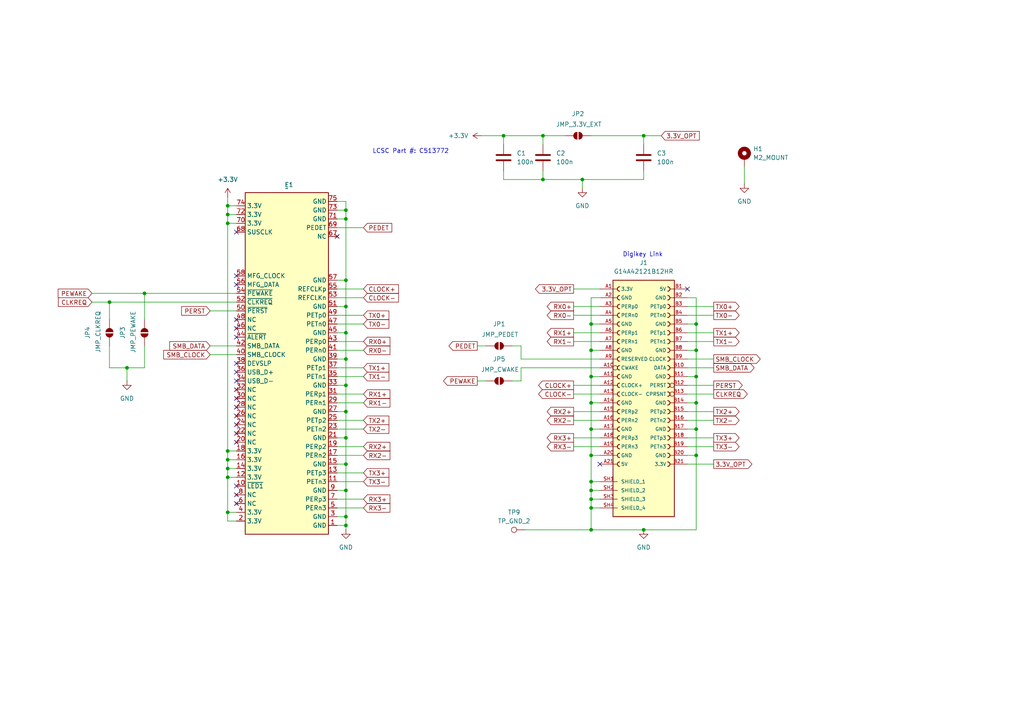
<source format=kicad_sch>
(kicad_sch (version 20231120) (generator "eeschema") (generator_version "8.0")
  (paper "A4")
  (lib_symbols
    (symbol "Connector:TestPoint" (pin_numbers hide) (pin_names (offset 0.762) hide)
      (property "Reference" "TP" (at 0 6.858 0))
      (property "Value" "TestPoint" (at 0 5.08 0))
      (symbol "TestPoint_0_1"
        (circle (center 0 3.302) (radius 0.762))
      )
      (symbol "TestPoint_1_1"
        (pin passive line (at 0 0 90) (length 2.54) (name "1") (number "1"))
      )
    )
    (symbol "Device:C" (pin_numbers hide) (pin_names (offset 0.254))
      (property "Reference" "C" (at 0.635 2.54 0))
      (property "Value" "C" (at 0.635 -2.54 0))
      (symbol "C_0_1"
        (polyline (pts (xy -2.032 -0.762) (xy 2.032 -0.762)) (stroke (width 0.508)))
        (polyline (pts (xy -2.032 0.762) (xy 2.032 0.762)) (stroke (width 0.508)))
      )
      (symbol "C_1_1"
        (pin passive line (at 0 3.81 270) (length 2.794) (name "~") (number "1"))
        (pin passive line (at 0 -3.81 90) (length 2.794) (name "~") (number "2"))
      )
    )
    (symbol "G14A421211112HR:G14A421211112HR" (pin_names (offset 1.016))
      (property "Reference" "J" (at -0.762 31.496 0))
      (property "Value" "G14A421211112HR" (at -9.144 -40.64 0))
      (symbol "G14A421211112HR_0_0"
        (rectangle (start -8.89 -38.1) (end 8.89 30.48) (stroke (width 0.254)) (fill (type background)))
        (arc (start -6.985 -22.225) (mid -7.6172 -22.86) (end -6.985 -23.495) (stroke (width 0.254)))
        (arc (start -6.985 -19.685) (mid -7.6172 -20.32) (end -6.985 -20.955) (stroke (width 0.254)))
        (arc (start -6.985 -17.145) (mid -7.6172 -17.78) (end -6.985 -18.415) (stroke (width 0.254)))
        (arc (start -6.985 -14.605) (mid -7.6172 -15.24) (end -6.985 -15.875) (stroke (width 0.254)))
        (arc (start -6.985 -12.065) (mid -7.6172 -12.7) (end -6.985 -13.335) (stroke (width 0.254)))
        (arc (start -6.985 -9.525) (mid -7.6172 -10.16) (end -6.985 -10.795) (stroke (width 0.254)))
        (arc (start -6.985 -6.985) (mid -7.6172 -7.62) (end -6.985 -8.255) (stroke (width 0.254)))
        (arc (start -6.985 -4.445) (mid -7.6172 -5.08) (end -6.985 -5.715) (stroke (width 0.254)))
        (arc (start -6.985 -1.905) (mid -7.6172 -2.54) (end -6.985 -3.175) (stroke (width 0.254)))
        (arc (start -6.985 0.635) (mid -7.6172 0) (end -6.985 -0.635) (stroke (width 0.254)))
        (arc (start -6.985 3.175) (mid -7.6172 2.54) (end -6.985 1.905) (stroke (width 0.254)))
        (arc (start -6.985 5.715) (mid -7.6172 5.08) (end -6.985 4.445) (stroke (width 0.254)))
        (arc (start -6.985 8.255) (mid -7.6172 7.62) (end -6.985 6.985) (stroke (width 0.254)))
        (arc (start -6.985 10.795) (mid -7.6172 10.16) (end -6.985 9.525) (stroke (width 0.254)))
        (arc (start -6.985 13.335) (mid -7.6172 12.7) (end -6.985 12.065) (stroke (width 0.254)))
        (arc (start -6.985 15.875) (mid -7.6172 15.24) (end -6.985 14.605) (stroke (width 0.254)))
        (arc (start -6.985 18.415) (mid -7.6172 17.78) (end -6.985 17.145) (stroke (width 0.254)))
        (arc (start -6.985 20.955) (mid -7.6172 20.32) (end -6.985 19.685) (stroke (width 0.254)))
        (arc (start -6.985 23.495) (mid -7.6172 22.86) (end -6.985 22.225) (stroke (width 0.254)))
        (arc (start -6.985 26.035) (mid -7.6172 25.4) (end -6.985 24.765) (stroke (width 0.254)))
        (arc (start -6.985 28.575) (mid -7.6172 27.94) (end -6.985 27.305) (stroke (width 0.254)))
        (arc (start 6.985 -23.495) (mid 7.6172 -22.86) (end 6.985 -22.225) (stroke (width 0.254)))
        (arc (start 6.985 -20.955) (mid 7.6172 -20.32) (end 6.985 -19.685) (stroke (width 0.254)))
        (arc (start 6.985 -18.415) (mid 7.6172 -17.78) (end 6.985 -17.145) (stroke (width 0.254)))
        (arc (start 6.985 -15.875) (mid 7.6172 -15.24) (end 6.985 -14.605) (stroke (width 0.254)))
        (arc (start 6.985 -13.335) (mid 7.6172 -12.7) (end 6.985 -12.065) (stroke (width 0.254)))
        (arc (start 6.985 -10.795) (mid 7.6172 -10.16) (end 6.985 -9.525) (stroke (width 0.254)))
        (arc (start 6.985 -8.255) (mid 7.6172 -7.62) (end 6.985 -6.985) (stroke (width 0.254)))
        (arc (start 6.985 -5.715) (mid 7.6172 -5.08) (end 6.985 -4.445) (stroke (width 0.254)))
        (arc (start 6.985 -3.175) (mid 7.6172 -2.54) (end 6.985 -1.905) (stroke (width 0.254)))
        (arc (start 6.985 -0.635) (mid 7.6172 0) (end 6.985 0.635) (stroke (width 0.254)))
        (arc (start 6.985 1.905) (mid 7.6172 2.54) (end 6.985 3.175) (stroke (width 0.254)))
        (arc (start 6.985 4.445) (mid 7.6172 5.08) (end 6.985 5.715) (stroke (width 0.254)))
        (arc (start 6.985 6.985) (mid 7.6172 7.62) (end 6.985 8.255) (stroke (width 0.254)))
        (arc (start 6.985 9.525) (mid 7.6172 10.16) (end 6.985 10.795) (stroke (width 0.254)))
        (arc (start 6.985 12.065) (mid 7.6172 12.7) (end 6.985 13.335) (stroke (width 0.254)))
        (arc (start 6.985 14.605) (mid 7.6172 15.24) (end 6.985 15.875) (stroke (width 0.254)))
        (arc (start 6.985 17.145) (mid 7.6172 17.78) (end 6.985 18.415) (stroke (width 0.254)))
        (arc (start 6.985 19.685) (mid 7.6172 20.32) (end 6.985 20.955) (stroke (width 0.254)))
        (arc (start 6.985 22.225) (mid 7.6172 22.86) (end 6.985 23.495) (stroke (width 0.254)))
        (arc (start 6.985 24.765) (mid 7.6172 25.4) (end 6.985 26.035) (stroke (width 0.254)))
        (arc (start 6.985 27.305) (mid 7.6172 27.94) (end 6.985 28.575) (stroke (width 0.254)))
      )
      (symbol "G14A421211112HR_1_0"
        (pin power_in line (at -12.7 27.94 0) (length 5.08) (name "3.3V") (number "A1"))
        (pin passive inverted (at -12.7 5.08 0) (length 5.08) (name "CWAKE") (number "A10"))
        (pin power_in line (at -12.7 2.54 0) (length 5.08) (name "GND") (number "A11"))
        (pin passive line (at -12.7 0 0) (length 5.08) (name "CLOCK+") (number "A12"))
        (pin passive line (at -12.7 -2.54 0) (length 5.08) (name "CLOCK-") (number "A13"))
        (pin power_in line (at -12.7 -5.08 0) (length 5.08) (name "GND") (number "A14"))
        (pin passive line (at -12.7 -7.62 0) (length 5.08) (name "PERp2") (number "A15"))
        (pin passive line (at -12.7 -10.16 0) (length 5.08) (name "PERn2") (number "A16"))
        (pin power_in line (at -12.7 -12.7 0) (length 5.08) (name "GND") (number "A17"))
        (pin passive line (at -12.7 -15.24 0) (length 5.08) (name "PERp3") (number "A18"))
        (pin passive line (at -12.7 -17.78 0) (length 5.08) (name "PERn3") (number "A19"))
        (pin power_in line (at -12.7 25.4 0) (length 5.08) (name "GND") (number "A2"))
        (pin power_in line (at -12.7 -20.32 0) (length 5.08) (name "GND") (number "A20"))
        (pin power_in line (at -12.7 -22.86 0) (length 5.08) (name "5V") (number "A21"))
        (pin passive line (at -12.7 22.86 0) (length 5.08) (name "PERp0") (number "A3"))
        (pin passive line (at -12.7 20.32 0) (length 5.08) (name "PERn0") (number "A4"))
        (pin power_in line (at -12.7 17.78 0) (length 5.08) (name "GND") (number "A5"))
        (pin passive line (at -12.7 15.24 0) (length 5.08) (name "PERp1") (number "A6"))
        (pin passive line (at -12.7 12.7 0) (length 5.08) (name "PERn1") (number "A7"))
        (pin power_in line (at -12.7 10.16 0) (length 5.08) (name "GND") (number "A8"))
        (pin passive line (at -12.7 7.62 0) (length 5.08) (name "RESERVED") (number "A9"))
        (pin power_in line (at 12.7 27.94 180) (length 5.08) (name "5V") (number "B1"))
        (pin passive line (at 12.7 5.08 180) (length 5.08) (name "DATA") (number "B10"))
        (pin power_in line (at 12.7 2.54 180) (length 5.08) (name "GND") (number "B11"))
        (pin passive inverted (at 12.7 0 180) (length 5.08) (name "PERST") (number "B12"))
        (pin passive inverted (at 12.7 -2.54 180) (length 5.08) (name "CPRSNT") (number "B13"))
        (pin power_in line (at 12.7 -5.08 180) (length 5.08) (name "GND") (number "B14"))
        (pin passive line (at 12.7 -7.62 180) (length 5.08) (name "PETp2") (number "B15"))
        (pin passive line (at 12.7 -10.16 180) (length 5.08) (name "PETn2") (number "B16"))
        (pin power_in line (at 12.7 -12.7 180) (length 5.08) (name "GND") (number "B17"))
        (pin passive line (at 12.7 -15.24 180) (length 5.08) (name "PETp3") (number "B18"))
        (pin passive line (at 12.7 -17.78 180) (length 5.08) (name "PETn3") (number "B19"))
        (pin power_in line (at 12.7 25.4 180) (length 5.08) (name "GND") (number "B2"))
        (pin power_in line (at 12.7 -20.32 180) (length 5.08) (name "GND") (number "B20"))
        (pin power_in line (at 12.7 -22.86 180) (length 5.08) (name "3.3V") (number "B21"))
        (pin passive line (at 12.7 22.86 180) (length 5.08) (name "PETp0") (number "B3"))
        (pin passive line (at 12.7 20.32 180) (length 5.08) (name "PETn0") (number "B4"))
        (pin power_in line (at 12.7 17.78 180) (length 5.08) (name "GND") (number "B5"))
        (pin passive line (at 12.7 15.24 180) (length 5.08) (name "PETp1") (number "B6"))
        (pin passive line (at 12.7 12.7 180) (length 5.08) (name "PETn1") (number "B7"))
        (pin power_in line (at 12.7 10.16 180) (length 5.08) (name "GND") (number "B8"))
        (pin passive line (at 12.7 7.62 180) (length 5.08) (name "CLOCK") (number "B9"))
        (pin passive line (at -12.7 -27.94 0) (length 5.08) (name "SHIELD_1") (number "SH1"))
        (pin passive line (at -12.7 -30.48 0) (length 5.08) (name "SHIELD_2") (number "SH2"))
        (pin passive line (at -12.7 -33.02 0) (length 5.08) (name "SHIELD_3") (number "SH3"))
        (pin passive line (at -12.7 -35.56 0) (length 5.08) (name "SHIELD_4") (number "SH4"))
      )
    )
    (symbol "Jumper:SolderJumper_2_Open" (pin_numbers hide) (pin_names (offset 0) hide) (exclude_from_sim yes) (in_bom no)
      (property "Reference" "JP" (at 0 2.032 0))
      (property "Value" "SolderJumper_2_Open" (at 0 -2.54 0))
      (symbol "SolderJumper_2_Open_0_1"
        (arc (start -0.254 1.016) (mid -1.2656 0) (end -0.254 -1.016))
        (arc (start -0.254 1.016) (mid -1.2656 0) (end -0.254 -1.016) (fill (type outline)))
        (polyline (pts (xy -0.254 1.016) (xy -0.254 -1.016)))
        (polyline (pts (xy 0.254 1.016) (xy 0.254 -1.016)))
        (arc (start 0.254 -1.016) (mid 1.2656 0) (end 0.254 1.016))
        (arc (start 0.254 -1.016) (mid 1.2656 0) (end 0.254 1.016) (fill (type outline)))
      )
      (symbol "SolderJumper_2_Open_1_1"
        (pin passive line (at -3.81 0 0) (length 2.54) (name "A") (number "1"))
        (pin passive line (at 3.81 0 180) (length 2.54) (name "B") (number "2"))
      )
    )
    (symbol "Mechanical:MountingHole_Pad" (pin_numbers hide) (pin_names (offset 1.016) hide) (exclude_from_sim yes) (in_bom no)
      (property "Reference" "H" (at 0 6.35 0))
      (property "Value" "MountingHole_Pad" (at 0 4.445 0))
      (symbol "MountingHole_Pad_0_1"
        (circle (center 0 1.27) (radius 1.27) (stroke (width 1.27)))
      )
      (symbol "MountingHole_Pad_1_1"
        (pin input line (at 0 -2.54 90) (length 2.54) (name "1") (number "1"))
      )
    )
    (symbol "custom_edge_connector:m2_m_key"
      (property "Reference" "E" (at 0 48.26 0))
      (symbol "m2_m_key_0_1"
        (rectangle (start -12.7 46.99) (end 11.43 -52.07) (stroke (width 0.254)) (fill (type background)))
      )
      (symbol "m2_m_key_1_1"
        (pin power_in line (at 13.97 -49.53 180) (length 2.54) (name "GND") (number "1"))
        (pin output line (at -15.24 -38.1 0) (length 2.54) (name "~{LED1}") (number "10"))
        (pin output line (at 13.97 -36.83 180) (length 2.54) (name "PETn3") (number "11"))
        (pin power_in line (at -15.24 -35.56 0) (length 2.54) (name "3.3V") (number "12"))
        (pin output line (at 13.97 -34.29 180) (length 2.54) (name "PETp3") (number "13"))
        (pin power_in line (at -15.24 -33.02 0) (length 2.54) (name "3.3V") (number "14"))
        (pin power_in line (at 13.97 -31.75 180) (length 2.54) (name "GND") (number "15"))
        (pin power_in line (at -15.24 -30.48 0) (length 2.54) (name "3.3V") (number "16"))
        (pin input line (at 13.97 -29.21 180) (length 2.54) (name "PERn2") (number "17"))
        (pin power_in line (at -15.24 -27.94 0) (length 2.54) (name "3.3V") (number "18"))
        (pin input line (at 13.97 -26.67 180) (length 2.54) (name "PERp2") (number "19"))
        (pin power_in line (at -15.24 -48.26 0) (length 2.54) (name "3.3V") (number "2"))
        (pin no_connect line (at -15.24 -25.4 0) (length 2.54) (name "NC") (number "20"))
        (pin power_in line (at 13.97 -24.13 180) (length 2.54) (name "GND") (number "21"))
        (pin no_connect line (at -15.24 -22.86 0) (length 2.54) (name "NC") (number "22"))
        (pin output line (at 13.97 -21.59 180) (length 2.54) (name "PETn2") (number "23"))
        (pin no_connect line (at -15.24 -20.32 0) (length 2.54) (name "NC") (number "24"))
        (pin output line (at 13.97 -19.05 180) (length 2.54) (name "PETp2") (number "25"))
        (pin no_connect line (at -15.24 -17.78 0) (length 2.54) (name "NC") (number "26"))
        (pin power_in line (at 13.97 -16.51 180) (length 2.54) (name "GND") (number "27"))
        (pin no_connect line (at -15.24 -15.24 0) (length 2.54) (name "NC") (number "28"))
        (pin input line (at 13.97 -13.97 180) (length 2.54) (name "PERn1") (number "29"))
        (pin power_in line (at 13.97 -46.99 180) (length 2.54) (name "GND") (number "3"))
        (pin no_connect line (at -15.24 -12.7 0) (length 2.54) (name "NC") (number "30"))
        (pin input line (at 13.97 -11.43 180) (length 2.54) (name "PERp1") (number "31"))
        (pin no_connect line (at -15.24 -10.16 0) (length 2.54) (name "NC") (number "32"))
        (pin power_in line (at 13.97 -8.89 180) (length 2.54) (name "GND") (number "33"))
        (pin passive line (at -15.24 -7.62 0) (length 2.54) (name "USB_D-") (number "34"))
        (pin output line (at 13.97 -6.35 180) (length 2.54) (name "PETn1") (number "35"))
        (pin passive line (at -15.24 -5.08 0) (length 2.54) (name "USB_D+") (number "36"))
        (pin output line (at 13.97 -3.81 180) (length 2.54) (name "PETp1") (number "37"))
        (pin passive line (at -15.24 -2.54 0) (length 2.54) (name "DEVSLP") (number "38"))
        (pin power_in line (at 13.97 -1.27 180) (length 2.54) (name "GND") (number "39"))
        (pin power_in line (at -15.24 -45.72 0) (length 2.54) (name "3.3V") (number "4"))
        (pin passive line (at -15.24 0 0) (length 2.54) (name "SMB_CLOCK") (number "40"))
        (pin input line (at 13.97 1.27 180) (length 2.54) (name "PERn0") (number "41"))
        (pin passive line (at -15.24 2.54 0) (length 2.54) (name "SMB_DATA") (number "42"))
        (pin input line (at 13.97 3.81 180) (length 2.54) (name "PERp0") (number "43"))
        (pin passive line (at -15.24 5.08 0) (length 2.54) (name "~{ALERT}") (number "44"))
        (pin power_in line (at 13.97 6.35 180) (length 2.54) (name "GND") (number "45"))
        (pin no_connect line (at -15.24 7.62 0) (length 2.54) (name "NC") (number "46"))
        (pin output line (at 13.97 8.89 180) (length 2.54) (name "PETn0") (number "47"))
        (pin no_connect line (at -15.24 10.16 0) (length 2.54) (name "NC") (number "48"))
        (pin output line (at 13.97 11.43 180) (length 2.54) (name "PETp0") (number "49"))
        (pin input line (at 13.97 -44.45 180) (length 2.54) (name "PERn3") (number "5"))
        (pin output line (at -15.24 12.7 0) (length 2.54) (name "~{PERST}") (number "50"))
        (pin power_in line (at 13.97 13.97 180) (length 2.54) (name "GND") (number "51"))
        (pin bidirectional line (at -15.24 15.24 0) (length 2.54) (name "~{CLKREQ}") (number "52"))
        (pin output line (at 13.97 16.51 180) (length 2.54) (name "REFCLKn") (number "53"))
        (pin bidirectional line (at -15.24 17.78 0) (length 2.54) (name "~{PEWAKE}") (number "54"))
        (pin output line (at 13.97 19.05 180) (length 2.54) (name "REFCLKp") (number "55"))
        (pin passive line (at -15.24 20.32 0) (length 2.54) (name "MFG_DATA") (number "56"))
        (pin power_in line (at 13.97 21.59 180) (length 2.54) (name "GND") (number "57"))
        (pin passive line (at -15.24 22.86 0) (length 2.54) (name "MFG_CLOCK") (number "58"))
        (pin no_connect line (at -15.24 -43.18 0) (length 2.54) (name "NC") (number "6"))
        (pin no_connect line (at 13.97 34.29 180) (length 2.54) (name "NC") (number "67"))
        (pin output line (at -15.24 35.56 0) (length 2.54) (name "SUSCLK") (number "68"))
        (pin input line (at 13.97 36.83 180) (length 2.54) (name "PEDET") (number "69"))
        (pin input line (at 13.97 -41.91 180) (length 2.54) (name "PERp3") (number "7"))
        (pin passive line (at -15.24 38.1 0) (length 2.54) (name "3.3V") (number "70"))
        (pin power_in line (at 13.97 39.37 180) (length 2.54) (name "GND") (number "71"))
        (pin passive line (at -15.24 40.64 0) (length 2.54) (name "3.3V") (number "72"))
        (pin power_in line (at 13.97 41.91 180) (length 2.54) (name "GND") (number "73"))
        (pin passive line (at -15.24 43.18 0) (length 2.54) (name "3.3V") (number "74"))
        (pin power_in line (at 13.97 44.45 180) (length 2.54) (name "GND") (number "75"))
        (pin no_connect line (at -15.24 -40.64 0) (length 2.54) (name "NC") (number "8"))
        (pin power_in line (at 13.97 -39.37 180) (length 2.54) (name "GND") (number "9"))
      )
    )
    (symbol "power:+3.3V" (power) (pin_numbers hide) (pin_names (offset 0) hide)
      (property "Value" "+3.3V" (at 0 3.556 0))
      (symbol "+3.3V_0_1"
        (polyline (pts (xy -0.762 1.27) (xy 0 2.54)))
        (polyline (pts (xy 0 0) (xy 0 2.54)))
        (polyline (pts (xy 0 2.54) (xy 0.762 1.27)))
      )
      (symbol "+3.3V_1_1"
        (pin power_in line (at 0 0 90) (length 0) (name "~") (number "1"))
      )
    )
    (symbol "power:GND" (power) (pin_numbers hide) (pin_names (offset 0) hide)
      (property "Value" "GND" (at 0 -3.81 0))
      (symbol "GND_0_1"
        (polyline (pts (xy 0 0) (xy 0 -1.27) (xy 1.27 -1.27) (xy 0 -2.54) (xy -1.27 -1.27) (xy 0 -1.27)))
      )
      (symbol "GND_1_1"
        (pin power_in line (at 0 0 270) (length 0) (name "~") (number "1"))
      )
    )
  )
  (junction (at 100.33 119.38))
  (junction (at 66.04 130.81))
  (junction (at 100.33 152.4))
  (junction (at 171.45 132.08))
  (junction (at 171.45 147.32))
  (junction (at 171.45 101.6))
  (junction (at 146.05 39.37))
  (junction (at 100.33 81.28))
  (junction (at 100.33 142.24))
  (junction (at 100.33 63.5))
  (junction (at 201.93 101.6))
  (junction (at 171.45 144.78))
  (junction (at 66.04 59.69))
  (junction (at 100.33 96.52))
  (junction (at 36.83 106.68))
  (junction (at 201.93 93.98))
  (junction (at 66.04 64.77))
  (junction (at 66.04 62.23))
  (junction (at 201.93 109.22))
  (junction (at 100.33 104.14))
  (junction (at 66.04 135.89))
  (junction (at 171.45 139.7))
  (junction (at 201.93 132.08))
  (junction (at 100.33 60.96))
  (junction (at 186.69 39.37))
  (junction (at 171.45 142.24))
  (junction (at 168.91 52.07))
  (junction (at 157.48 52.07))
  (junction (at 201.93 116.84))
  (junction (at 41.91 85.09))
  (junction (at 171.45 124.46))
  (junction (at 201.93 124.46))
  (junction (at 66.04 133.35))
  (junction (at 171.45 116.84))
  (junction (at 100.33 111.76))
  (junction (at 157.48 39.37))
  (junction (at 66.04 148.59))
  (junction (at 66.04 138.43))
  (junction (at 31.75 87.63))
  (junction (at 171.45 93.98))
  (junction (at 171.45 109.22))
  (junction (at 171.45 153.67))
  (junction (at 100.33 127))
  (junction (at 100.33 88.9))
  (junction (at 186.69 153.67))
  (junction (at 100.33 134.62))
  (junction (at 100.33 149.86))
  (no_connect (at 68.58 80.01))
  (no_connect (at 68.58 115.57))
  (no_connect (at 68.58 110.49))
  (no_connect (at 68.58 125.73))
  (no_connect (at 68.58 140.97))
  (no_connect (at 68.58 120.65))
  (no_connect (at 68.58 123.19))
  (no_connect (at 68.58 95.25))
  (no_connect (at 68.58 118.11))
  (no_connect (at 68.58 143.51))
  (no_connect (at 199.39 83.82))
  (no_connect (at 68.58 82.55))
  (no_connect (at 173.99 134.62))
  (no_connect (at 68.58 128.27))
  (no_connect (at 97.79 68.58))
  (no_connect (at 68.58 97.79))
  (no_connect (at 68.58 67.31))
  (no_connect (at 68.58 105.41))
  (no_connect (at 68.58 146.05))
  (no_connect (at 68.58 92.71))
  (no_connect (at 68.58 113.03))
  (no_connect (at 68.58 107.95))
  (wire (pts (xy 152.4 153.67) (xy 171.45 153.67)))
  (wire (pts (xy 100.33 81.28) (xy 97.79 81.28)))
  (wire (pts (xy 31.75 100.33) (xy 31.75 106.68)))
  (wire (pts (xy 97.79 99.06) (xy 105.41 99.06)))
  (wire (pts (xy 97.79 83.82) (xy 105.41 83.82)))
  (wire (pts (xy 171.45 153.67) (xy 186.69 153.67)))
  (wire (pts (xy 199.39 127) (xy 207.01 127)))
  (wire (pts (xy 146.05 49.53) (xy 146.05 52.07)))
  (wire (pts (xy 151.13 106.68) (xy 173.99 106.68)))
  (wire (pts (xy 199.39 93.98) (xy 201.93 93.98)))
  (wire (pts (xy 31.75 87.63) (xy 68.58 87.63)))
  (wire (pts (xy 97.79 132.08) (xy 105.41 132.08)))
  (wire (pts (xy 97.79 134.62) (xy 100.33 134.62)))
  (wire (pts (xy 168.91 52.07) (xy 168.91 54.61)))
  (wire (pts (xy 199.39 101.6) (xy 201.93 101.6)))
  (wire (pts (xy 100.33 58.42) (xy 100.33 60.96)))
  (wire (pts (xy 100.33 88.9) (xy 100.33 96.52)))
  (wire (pts (xy 173.99 139.7) (xy 171.45 139.7)))
  (wire (pts (xy 157.48 52.07) (xy 168.91 52.07)))
  (wire (pts (xy 171.45 142.24) (xy 171.45 144.78)))
  (wire (pts (xy 171.45 147.32) (xy 173.99 147.32)))
  (wire (pts (xy 171.45 101.6) (xy 171.45 109.22)))
  (wire (pts (xy 60.96 102.87) (xy 68.58 102.87)))
  (wire (pts (xy 139.7 39.37) (xy 146.05 39.37)))
  (wire (pts (xy 199.39 88.9) (xy 207.01 88.9)))
  (wire (pts (xy 173.99 88.9) (xy 166.37 88.9)))
  (wire (pts (xy 138.43 100.33) (xy 140.97 100.33)))
  (wire (pts (xy 173.99 91.44) (xy 166.37 91.44)))
  (wire (pts (xy 31.75 106.68) (xy 36.83 106.68)))
  (wire (pts (xy 97.79 114.3) (xy 105.41 114.3)))
  (wire (pts (xy 100.33 63.5) (xy 100.33 81.28)))
  (wire (pts (xy 199.39 114.3) (xy 207.01 114.3)))
  (wire (pts (xy 151.13 110.49) (xy 151.13 106.68)))
  (wire (pts (xy 97.79 91.44) (xy 105.41 91.44)))
  (wire (pts (xy 199.39 124.46) (xy 201.93 124.46)))
  (wire (pts (xy 215.9 48.26) (xy 215.9 53.34)))
  (wire (pts (xy 41.91 92.71) (xy 41.91 85.09)))
  (wire (pts (xy 97.79 144.78) (xy 105.41 144.78)))
  (wire (pts (xy 97.79 60.96) (xy 100.33 60.96)))
  (wire (pts (xy 171.45 124.46) (xy 173.99 124.46)))
  (wire (pts (xy 201.93 132.08) (xy 199.39 132.08)))
  (wire (pts (xy 100.33 127) (xy 97.79 127)))
  (wire (pts (xy 201.93 116.84) (xy 201.93 124.46)))
  (wire (pts (xy 199.39 99.06) (xy 207.01 99.06)))
  (wire (pts (xy 199.39 134.62) (xy 207.01 134.62)))
  (wire (pts (xy 97.79 58.42) (xy 100.33 58.42)))
  (wire (pts (xy 173.99 114.3) (xy 166.37 114.3)))
  (wire (pts (xy 148.59 110.49) (xy 151.13 110.49)))
  (wire (pts (xy 100.33 111.76) (xy 97.79 111.76)))
  (wire (pts (xy 171.45 101.6) (xy 173.99 101.6)))
  (wire (pts (xy 97.79 101.6) (xy 105.41 101.6)))
  (wire (pts (xy 171.45 93.98) (xy 171.45 101.6)))
  (wire (pts (xy 199.39 111.76) (xy 207.01 111.76)))
  (wire (pts (xy 166.37 121.92) (xy 173.99 121.92)))
  (wire (pts (xy 166.37 119.38) (xy 173.99 119.38)))
  (wire (pts (xy 199.39 106.68) (xy 207.01 106.68)))
  (wire (pts (xy 66.04 64.77) (xy 68.58 64.77)))
  (wire (pts (xy 199.39 91.44) (xy 207.01 91.44)))
  (wire (pts (xy 171.45 109.22) (xy 171.45 116.84)))
  (wire (pts (xy 66.04 130.81) (xy 66.04 133.35)))
  (wire (pts (xy 66.04 133.35) (xy 68.58 133.35)))
  (wire (pts (xy 199.39 96.52) (xy 207.01 96.52)))
  (wire (pts (xy 66.04 135.89) (xy 68.58 135.89)))
  (wire (pts (xy 186.69 52.07) (xy 186.69 49.53)))
  (wire (pts (xy 100.33 96.52) (xy 97.79 96.52)))
  (wire (pts (xy 26.67 85.09) (xy 41.91 85.09)))
  (wire (pts (xy 171.45 116.84) (xy 171.45 124.46)))
  (wire (pts (xy 157.48 39.37) (xy 163.83 39.37)))
  (wire (pts (xy 171.45 132.08) (xy 171.45 139.7)))
  (wire (pts (xy 157.48 49.53) (xy 157.48 52.07)))
  (wire (pts (xy 151.13 104.14) (xy 173.99 104.14)))
  (wire (pts (xy 138.43 110.49) (xy 140.97 110.49)))
  (wire (pts (xy 41.91 85.09) (xy 68.58 85.09)))
  (wire (pts (xy 97.79 139.7) (xy 105.41 139.7)))
  (wire (pts (xy 97.79 66.04) (xy 105.41 66.04)))
  (wire (pts (xy 100.33 104.14) (xy 100.33 111.76)))
  (wire (pts (xy 199.39 129.54) (xy 207.01 129.54)))
  (wire (pts (xy 100.33 81.28) (xy 100.33 88.9)))
  (wire (pts (xy 173.99 144.78) (xy 171.45 144.78)))
  (wire (pts (xy 66.04 151.13) (xy 68.58 151.13)))
  (wire (pts (xy 173.99 111.76) (xy 166.37 111.76)))
  (wire (pts (xy 68.58 130.81) (xy 66.04 130.81)))
  (wire (pts (xy 100.33 134.62) (xy 100.33 142.24)))
  (wire (pts (xy 171.45 147.32) (xy 171.45 153.67)))
  (wire (pts (xy 97.79 116.84) (xy 105.41 116.84)))
  (wire (pts (xy 66.04 148.59) (xy 66.04 151.13)))
  (wire (pts (xy 201.93 124.46) (xy 201.93 132.08)))
  (wire (pts (xy 171.45 132.08) (xy 173.99 132.08)))
  (wire (pts (xy 171.45 39.37) (xy 186.69 39.37)))
  (wire (pts (xy 146.05 39.37) (xy 157.48 39.37)))
  (wire (pts (xy 100.33 63.5) (xy 97.79 63.5)))
  (wire (pts (xy 201.93 109.22) (xy 201.93 116.84)))
  (wire (pts (xy 97.79 137.16) (xy 105.41 137.16)))
  (wire (pts (xy 173.99 86.36) (xy 171.45 86.36)))
  (wire (pts (xy 199.39 121.92) (xy 207.01 121.92)))
  (wire (pts (xy 100.33 119.38) (xy 100.33 127)))
  (wire (pts (xy 199.39 104.14) (xy 207.01 104.14)))
  (wire (pts (xy 146.05 52.07) (xy 157.48 52.07)))
  (wire (pts (xy 97.79 109.22) (xy 105.41 109.22)))
  (wire (pts (xy 97.79 86.36) (xy 105.41 86.36)))
  (wire (pts (xy 100.33 119.38) (xy 97.79 119.38)))
  (wire (pts (xy 100.33 152.4) (xy 97.79 152.4)))
  (wire (pts (xy 186.69 153.67) (xy 201.93 153.67)))
  (wire (pts (xy 100.33 60.96) (xy 100.33 63.5)))
  (wire (pts (xy 66.04 138.43) (xy 68.58 138.43)))
  (wire (pts (xy 100.33 149.86) (xy 97.79 149.86)))
  (wire (pts (xy 41.91 106.68) (xy 41.91 100.33)))
  (wire (pts (xy 66.04 62.23) (xy 68.58 62.23)))
  (wire (pts (xy 100.33 142.24) (xy 100.33 149.86)))
  (wire (pts (xy 171.45 139.7) (xy 171.45 142.24)))
  (wire (pts (xy 100.33 149.86) (xy 100.33 152.4)))
  (wire (pts (xy 171.45 93.98) (xy 173.99 93.98)))
  (wire (pts (xy 97.79 129.54) (xy 105.41 129.54)))
  (wire (pts (xy 66.04 135.89) (xy 66.04 138.43)))
  (wire (pts (xy 97.79 124.46) (xy 105.41 124.46)))
  (wire (pts (xy 97.79 106.68) (xy 105.41 106.68)))
  (wire (pts (xy 171.45 144.78) (xy 171.45 147.32)))
  (wire (pts (xy 66.04 148.59) (xy 68.58 148.59)))
  (wire (pts (xy 60.96 90.17) (xy 68.58 90.17)))
  (wire (pts (xy 66.04 57.15) (xy 66.04 59.69)))
  (wire (pts (xy 100.33 152.4) (xy 100.33 153.67)))
  (wire (pts (xy 199.39 86.36) (xy 201.93 86.36)))
  (wire (pts (xy 100.33 142.24) (xy 97.79 142.24)))
  (wire (pts (xy 168.91 52.07) (xy 186.69 52.07)))
  (wire (pts (xy 66.04 133.35) (xy 66.04 135.89)))
  (wire (pts (xy 97.79 147.32) (xy 105.41 147.32)))
  (wire (pts (xy 100.33 88.9) (xy 97.79 88.9)))
  (wire (pts (xy 199.39 119.38) (xy 207.01 119.38)))
  (wire (pts (xy 66.04 62.23) (xy 66.04 64.77)))
  (wire (pts (xy 201.93 93.98) (xy 201.93 101.6)))
  (wire (pts (xy 166.37 127) (xy 173.99 127)))
  (wire (pts (xy 36.83 106.68) (xy 41.91 106.68)))
  (wire (pts (xy 100.33 111.76) (xy 100.33 119.38)))
  (wire (pts (xy 97.79 93.98) (xy 105.41 93.98)))
  (wire (pts (xy 201.93 153.67) (xy 201.93 132.08)))
  (wire (pts (xy 36.83 106.68) (xy 36.83 110.49)))
  (wire (pts (xy 148.59 100.33) (xy 151.13 100.33)))
  (wire (pts (xy 199.39 109.22) (xy 201.93 109.22)))
  (wire (pts (xy 100.33 104.14) (xy 97.79 104.14)))
  (wire (pts (xy 201.93 101.6) (xy 201.93 109.22)))
  (wire (pts (xy 97.79 121.92) (xy 105.41 121.92)))
  (wire (pts (xy 166.37 99.06) (xy 173.99 99.06)))
  (wire (pts (xy 166.37 129.54) (xy 173.99 129.54)))
  (wire (pts (xy 191.77 39.37) (xy 186.69 39.37)))
  (wire (pts (xy 166.37 96.52) (xy 173.99 96.52)))
  (wire (pts (xy 171.45 109.22) (xy 173.99 109.22)))
  (wire (pts (xy 171.45 142.24) (xy 173.99 142.24)))
  (wire (pts (xy 201.93 86.36) (xy 201.93 93.98)))
  (wire (pts (xy 146.05 39.37) (xy 146.05 41.91)))
  (wire (pts (xy 26.67 87.63) (xy 31.75 87.63)))
  (wire (pts (xy 157.48 39.37) (xy 157.48 41.91)))
  (wire (pts (xy 199.39 116.84) (xy 201.93 116.84)))
  (wire (pts (xy 100.33 96.52) (xy 100.33 104.14)))
  (wire (pts (xy 31.75 87.63) (xy 31.75 92.71)))
  (wire (pts (xy 186.69 39.37) (xy 186.69 41.91)))
  (wire (pts (xy 100.33 127) (xy 100.33 134.62)))
  (wire (pts (xy 166.37 83.82) (xy 173.99 83.82)))
  (wire (pts (xy 171.45 86.36) (xy 171.45 93.98)))
  (wire (pts (xy 171.45 116.84) (xy 173.99 116.84)))
  (wire (pts (xy 171.45 124.46) (xy 171.45 132.08)))
  (wire (pts (xy 68.58 59.69) (xy 66.04 59.69)))
  (wire (pts (xy 66.04 64.77) (xy 66.04 130.81)))
  (wire (pts (xy 60.96 100.33) (xy 68.58 100.33)))
  (wire (pts (xy 66.04 59.69) (xy 66.04 62.23)))
  (wire (pts (xy 66.04 138.43) (xy 66.04 148.59)))
  (wire (pts (xy 151.13 100.33) (xy 151.13 104.14)))
  (text "LCSC Part #: C513772" (at 119.126 43.942 0) (effects (font (size 1.27 1.27))))
  (text "Digikey Link" (at 186.436 73.914 0) (effects (font (size 1.27 1.27))))
  (global_label "TX3-" (shape output) (at 207.01 129.54 0) (property "Intersheetrefs" "${INTERSHEET_REFS}" (effects (hide yes))))
  (global_label "TX2+" (shape input) (at 105.41 121.92 0) (property "Intersheetrefs" "${INTERSHEET_REFS}" (effects (hide yes))))
  (global_label "RX2-" (shape output) (at 166.37 121.92 180) (property "Intersheetrefs" "${INTERSHEET_REFS}" (effects (hide yes))))
  (global_label "PEDET" (shape output) (at 138.43 100.33 180) (property "Intersheetrefs" "${INTERSHEET_REFS}" (effects (hide yes))))
  (global_label "TX2-" (shape input) (at 105.41 124.46 0) (property "Intersheetrefs" "${INTERSHEET_REFS}" (effects (hide yes))))
  (global_label "SMB_DATA" (shape output) (at 207.01 106.68 0) (property "Intersheetrefs" "${INTERSHEET_REFS}" (effects (hide yes))))
  (global_label "RX1-" (shape input) (at 105.41 116.84 0) (property "Intersheetrefs" "${INTERSHEET_REFS}" (effects (hide yes))))
  (global_label "SMB_DATA" (shape input) (at 60.96 100.33 180) (property "Intersheetrefs" "${INTERSHEET_REFS}" (effects (hide yes))))
  (global_label "3.3V_OPT" (shape output) (at 207.01 134.62 0) (property "Intersheetrefs" "${INTERSHEET_REFS}" (effects (hide yes))))
  (global_label "TX0-" (shape output) (at 207.01 91.44 0) (property "Intersheetrefs" "${INTERSHEET_REFS}" (effects (hide yes))))
  (global_label "PEWAKE" (shape output) (at 138.43 110.49 180) (property "Intersheetrefs" "${INTERSHEET_REFS}" (effects (hide yes))))
  (global_label "3.3V_OPT" (shape input) (at 191.77 39.37 0) (property "Intersheetrefs" "${INTERSHEET_REFS}" (effects (hide yes))))
  (global_label "RX0-" (shape input) (at 105.41 101.6 0) (property "Intersheetrefs" "${INTERSHEET_REFS}" (effects (hide yes))))
  (global_label "RX0+" (shape input) (at 105.41 99.06 0) (property "Intersheetrefs" "${INTERSHEET_REFS}" (effects (hide yes))))
  (global_label "CLOCK+" (shape input) (at 105.41 83.82 0) (property "Intersheetrefs" "${INTERSHEET_REFS}" (effects (hide yes))))
  (global_label "PERST" (shape output) (at 207.01 111.76 0) (property "Intersheetrefs" "${INTERSHEET_REFS}" (effects (hide yes))))
  (global_label "TX0+" (shape output) (at 207.01 88.9 0) (property "Intersheetrefs" "${INTERSHEET_REFS}" (effects (hide yes))))
  (global_label "TX2-" (shape output) (at 207.01 121.92 0) (property "Intersheetrefs" "${INTERSHEET_REFS}" (effects (hide yes))))
  (global_label "TX2+" (shape output) (at 207.01 119.38 0) (property "Intersheetrefs" "${INTERSHEET_REFS}" (effects (hide yes))))
  (global_label "RX1+" (shape input) (at 105.41 114.3 0) (property "Intersheetrefs" "${INTERSHEET_REFS}" (effects (hide yes))))
  (global_label "RX1+" (shape output) (at 166.37 96.52 180) (property "Intersheetrefs" "${INTERSHEET_REFS}" (effects (hide yes))))
  (global_label "PERST" (shape input) (at 60.96 90.17 180) (property "Intersheetrefs" "${INTERSHEET_REFS}" (effects (hide yes))))
  (global_label "CLOCK-" (shape input) (at 105.41 86.36 0) (property "Intersheetrefs" "${INTERSHEET_REFS}" (effects (hide yes))))
  (global_label "RX1-" (shape output) (at 166.37 99.06 180) (property "Intersheetrefs" "${INTERSHEET_REFS}" (effects (hide yes))))
  (global_label "RX3+" (shape input) (at 105.41 144.78 0) (property "Intersheetrefs" "${INTERSHEET_REFS}" (effects (hide yes))))
  (global_label "RX3+" (shape output) (at 166.37 127 180) (property "Intersheetrefs" "${INTERSHEET_REFS}" (effects (hide yes))))
  (global_label "PEDET" (shape input) (at 105.41 66.04 0) (property "Intersheetrefs" "${INTERSHEET_REFS}" (effects (hide yes))))
  (global_label "SMB_CLOCK" (shape input) (at 60.96 102.87 180) (property "Intersheetrefs" "${INTERSHEET_REFS}" (effects (hide yes))))
  (global_label "RX3-" (shape input) (at 105.41 147.32 0) (property "Intersheetrefs" "${INTERSHEET_REFS}" (effects (hide yes))))
  (global_label "RX2+" (shape output) (at 166.37 119.38 180) (property "Intersheetrefs" "${INTERSHEET_REFS}" (effects (hide yes))))
  (global_label "TX1+" (shape input) (at 105.41 106.68 0) (property "Intersheetrefs" "${INTERSHEET_REFS}" (effects (hide yes))))
  (global_label "TX1+" (shape output) (at 207.01 96.52 0) (property "Intersheetrefs" "${INTERSHEET_REFS}" (effects (hide yes))))
  (global_label "RX3-" (shape output) (at 166.37 129.54 180) (property "Intersheetrefs" "${INTERSHEET_REFS}" (effects (hide yes))))
  (global_label "TX3+" (shape output) (at 207.01 127 0) (property "Intersheetrefs" "${INTERSHEET_REFS}" (effects (hide yes))))
  (global_label "PEWAKE" (shape input) (at 26.67 85.09 180) (property "Intersheetrefs" "${INTERSHEET_REFS}" (effects (hide yes))))
  (global_label "CLKREQ" (shape input) (at 26.67 87.63 180) (property "Intersheetrefs" "${INTERSHEET_REFS}" (effects (hide yes))))
  (global_label "TX0-" (shape input) (at 105.41 93.98 0) (property "Intersheetrefs" "${INTERSHEET_REFS}" (effects (hide yes))))
  (global_label "TX1-" (shape input) (at 105.41 109.22 0) (property "Intersheetrefs" "${INTERSHEET_REFS}" (effects (hide yes))))
  (global_label "TX3+" (shape input) (at 105.41 137.16 0) (property "Intersheetrefs" "${INTERSHEET_REFS}" (effects (hide yes))))
  (global_label "TX1-" (shape output) (at 207.01 99.06 0) (property "Intersheetrefs" "${INTERSHEET_REFS}" (effects (hide yes))))
  (global_label "3.3V_OPT" (shape output) (at 166.37 83.82 180) (property "Intersheetrefs" "${INTERSHEET_REFS}" (effects (hide yes))))
  (global_label "RX0+" (shape output) (at 166.37 88.9 180) (property "Intersheetrefs" "${INTERSHEET_REFS}" (effects (hide yes))))
  (global_label "CLKREQ" (shape output) (at 207.01 114.3 0) (property "Intersheetrefs" "${INTERSHEET_REFS}" (effects (hide yes))))
  (global_label "RX2+" (shape input) (at 105.41 129.54 0) (property "Intersheetrefs" "${INTERSHEET_REFS}" (effects (hide yes))))
  (global_label "RX0-" (shape output) (at 166.37 91.44 180) (property "Intersheetrefs" "${INTERSHEET_REFS}" (effects (hide yes))))
  (global_label "TX3-" (shape input) (at 105.41 139.7 0) (property "Intersheetrefs" "${INTERSHEET_REFS}" (effects (hide yes))))
  (global_label "SMB_CLOCK" (shape output) (at 207.01 104.14 0) (property "Intersheetrefs" "${INTERSHEET_REFS}" (effects (hide yes))))
  (global_label "CLOCK+" (shape output) (at 166.37 111.76 180) (property "Intersheetrefs" "${INTERSHEET_REFS}" (effects (hide yes))))
  (global_label "TX0+" (shape input) (at 105.41 91.44 0) (property "Intersheetrefs" "${INTERSHEET_REFS}" (effects (hide yes))))
  (global_label "CLOCK-" (shape output) (at 166.37 114.3 180) (property "Intersheetrefs" "${INTERSHEET_REFS}" (effects (hide yes))))
  (global_label "RX2-" (shape input) (at 105.41 132.08 0) (property "Intersheetrefs" "${INTERSHEET_REFS}" (effects (hide yes))))
  (symbol (lib_id "power:GND") (at 215.9 53.34 0) (unit 1)
    (property "Reference" "#PWR06" (effects (hide yes)))
    (property "Value" "GND" (at 215.9 58.42 0))
    (property "Description" "Power symbol creates a global label with name \"GND\" , ground" (effects (hide yes)))
  )
  (symbol (lib_id "Jumper:SolderJumper_2_Open") (at 31.75 96.52 90) (unit 1) (exclude_from_sim yes) (in_bom no)
    (property "Reference" "JP4" (at 25.4 96.52 0))
    (property "Value" "JMP_CLKREQ" (at 28.448 96.266 0))
    (property "Footprint" "Jumper:SolderJumper-2_P1.3mm_Open_RoundedPad1.0x1.5mm" (effects (hide yes)))
    (property "Description" "Solder Jumper, 2-pole, open" (effects (hide yes)))
  )
  (symbol (lib_id "custom_edge_connector:m2_m_key") (at 83.82 102.87 0) (unit 1)
    (property "Reference" "E1" (at 83.82 53.594 0))
    (property "Value" "~" (at 83.185 54.61 0))
    (property "Footprint" "custom_edge_connector:m2_m_key" (effects (hide yes)))
  )
  (symbol (lib_id "Jumper:SolderJumper_2_Open") (at 144.78 100.33 0) (unit 1) (exclude_from_sim yes) (in_bom no)
    (property "Reference" "JP1" (at 144.78 93.98 0))
    (property "Value" "JMP_PEDET" (at 145.034 97.028 0))
    (property "Footprint" "Jumper:SolderJumper-2_P1.3mm_Open_RoundedPad1.0x1.5mm" (effects (hide yes)))
    (property "Description" "Solder Jumper, 2-pole, open" (effects (hide yes)))
  )
  (symbol (lib_id "power:GND") (at 36.83 110.49 0) (unit 1)
    (property "Reference" "#PWR07" (effects (hide yes)))
    (property "Value" "GND" (at 36.83 115.57 0))
    (property "Description" "Power symbol creates a global label with name \"GND\" , ground" (effects (hide yes)))
  )
  (symbol (lib_id "Mechanical:MountingHole_Pad") (at 215.9 45.72 0) (unit 1) (exclude_from_sim yes) (in_bom no)
    (property "Reference" "H1" (at 218.44 43.1799 0) (effects (justify left)))
    (property "Value" "M2_MOUNT" (at 218.44 45.7199 0) (effects (justify left)))
    (property "Footprint" "custom_edge_connector:m2_ground_hole" (effects (hide yes)))
    (property "Description" "Mounting Hole with connection" (effects (hide yes)))
  )
  (symbol (lib_id "Connector:TestPoint") (at 152.4 153.67 90) (unit 1)
    (property "Reference" "TP9" (at 149.098 148.59 90))
    (property "Value" "TP_GND_2" (at 149.098 151.13 90))
    (property "Footprint" "TestPoint:TestPoint_Pad_D1.0mm" (effects (hide yes)))
    (property "Description" "test point" (effects (hide yes)))
  )
  (symbol (lib_id "Jumper:SolderJumper_2_Open") (at 144.78 110.49 0) (unit 1) (exclude_from_sim yes) (in_bom no)
    (property "Reference" "JP5" (at 144.78 104.14 0))
    (property "Value" "JMP_CWAKE" (at 145.034 107.188 0))
    (property "Footprint" "Jumper:SolderJumper-2_P1.3mm_Open_RoundedPad1.0x1.5mm" (effects (hide yes)))
    (property "Description" "Solder Jumper, 2-pole, open" (effects (hide yes)))
  )
  (symbol (lib_id "Device:C") (at 186.69 45.72 0) (unit 1)
    (property "Reference" "C3" (at 190.5 44.4499 0) (effects (justify left)))
    (property "Value" "100n" (at 190.5 46.9899 0) (effects (justify left)))
    (property "Footprint" "Capacitor_SMD:C_0402_1005Metric" (effects (hide yes)))
    (property "Description" "Unpolarized capacitor" (effects (hide yes)))
  )
  (symbol (lib_id "power:GND") (at 186.69 153.67 0) (unit 1)
    (property "Reference" "#PWR05" (effects (hide yes)))
    (property "Value" "GND" (at 186.69 158.75 0))
    (property "Description" "Power symbol creates a global label with name \"GND\" , ground" (effects (hide yes)))
  )
  (symbol (lib_id "Device:C") (at 146.05 45.72 0) (unit 1)
    (property "Reference" "C1" (at 149.86 44.4499 0) (effects (justify left)))
    (property "Value" "100n" (at 149.86 46.9899 0) (effects (justify left)))
    (property "Footprint" "Capacitor_SMD:C_0402_1005Metric" (effects (hide yes)))
    (property "Description" "Unpolarized capacitor" (effects (hide yes)))
  )
  (symbol (lib_id "Jumper:SolderJumper_2_Open") (at 41.91 96.52 90) (unit 1) (exclude_from_sim yes) (in_bom no)
    (property "Reference" "JP3" (at 35.56 96.52 0))
    (property "Value" "JMP_PEWAKE" (at 38.608 96.266 0))
    (property "Footprint" "Jumper:SolderJumper-2_P1.3mm_Open_RoundedPad1.0x1.5mm" (effects (hide yes)))
    (property "Description" "Solder Jumper, 2-pole, open" (effects (hide yes)))
  )
  (symbol (lib_id "Jumper:SolderJumper_2_Open") (at 167.64 39.37 0) (unit 1) (exclude_from_sim yes) (in_bom no)
    (property "Reference" "JP2" (at 167.64 33.02 0))
    (property "Value" "JMP_3.3V_EXT" (at 167.894 36.068 0))
    (property "Footprint" "Jumper:SolderJumper-2_P1.3mm_Open_RoundedPad1.0x1.5mm" (effects (hide yes)))
    (property "Description" "Solder Jumper, 2-pole, open" (effects (hide yes)))
  )
  (symbol (lib_id "power:+3.3V") (at 66.04 57.15 0) (unit 1)
    (property "Reference" "#PWR01" (effects (hide yes)))
    (property "Value" "+3.3V" (at 66.04 52.07 0))
    (property "Description" "Power symbol creates a global label with name \"+3.3V\"" (effects (hide yes)))
  )
  (symbol (lib_id "G14A421211112HR:G14A421211112HR") (at 186.69 111.76 0) (unit 1)
    (property "Reference" "J1" (at 186.69 76.2 0))
    (property "Value" "G14A42121B12HR" (at 186.69 78.74 0))
    (property "Footprint" "amphenol_oculink:AMPHENOL_G14A421211112HR" (effects (hide yes)))
    (property "PARTREV" "A" (effects (hide yes)))
    (property "STANDARD" "Manufacturer Recommendations" (effects (hide yes)))
    (property "MAXIMUM_PACKAGE_HEIGHT" "3.92mm" (effects (hide yes)))
    (property "MANUFACTURER" "Amphenol" (effects (hide yes)))
  )
  (symbol (lib_id "power:GND") (at 100.33 153.67 0) (unit 1)
    (property "Reference" "#PWR02" (effects (hide yes)))
    (property "Value" "GND" (at 100.33 158.75 0))
    (property "Description" "Power symbol creates a global label with name \"GND\" , ground" (effects (hide yes)))
  )
  (symbol (lib_id "power:GND") (at 168.91 54.61 0) (unit 1)
    (property "Reference" "#PWR04" (effects (hide yes)))
    (property "Value" "GND" (at 168.91 59.69 0))
    (property "Description" "Power symbol creates a global label with name \"GND\" , ground" (effects (hide yes)))
  )
  (symbol (lib_id "Device:C") (at 157.48 45.72 0) (unit 1)
    (property "Reference" "C2" (at 161.29 44.4499 0) (effects (justify left)))
    (property "Value" "100n" (at 161.29 46.9899 0) (effects (justify left)))
    (property "Footprint" "Capacitor_SMD:C_0402_1005Metric" (effects (hide yes)))
    (property "Description" "Unpolarized capacitor" (effects (hide yes)))
  )
  (symbol (lib_id "power:+3.3V") (at 139.7 39.37 90) (unit 1)
    (property "Reference" "#PWR03" (effects (hide yes)))
    (property "Value" "+3.3V" (at 135.89 39.3699 90) (effects (justify left)))
    (property "Description" "Power symbol creates a global label with name \"+3.3V\"" (effects (hide yes)))
  )
)
</source>
